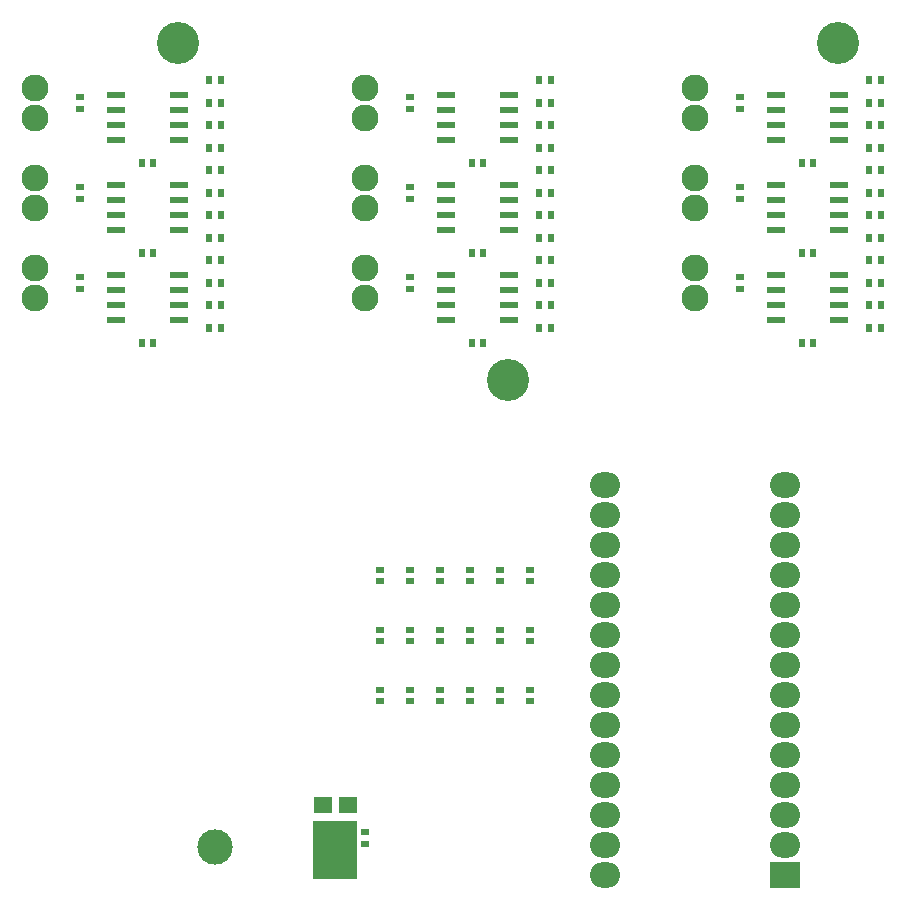
<source format=gbs>
%TF.GenerationSoftware,KiCad,Pcbnew,5.1.7-a382d34a8~87~ubuntu20.04.1*%
%TF.CreationDate,2020-10-21T15:20:26-04:00*%
%TF.ProjectId,y_arena_odor_controller,795f6172-656e-4615-9f6f-646f725f636f,2.0*%
%TF.SameCoordinates,Original*%
%TF.FileFunction,Soldermask,Bot*%
%TF.FilePolarity,Negative*%
%FSLAX46Y46*%
G04 Gerber Fmt 4.6, Leading zero omitted, Abs format (unit mm)*
G04 Created by KiCad (PCBNEW 5.1.7-a382d34a8~87~ubuntu20.04.1) date 2020-10-21 15:20:26*
%MOMM*%
%LPD*%
G01*
G04 APERTURE LIST*
%ADD10O,2.540000X2.184400*%
%ADD11R,2.540000X2.184400*%
%ADD12C,2.286000*%
%ADD13C,3.000000*%
%ADD14R,1.549400X0.599440*%
%ADD15R,0.700000X0.600000*%
%ADD16R,0.600000X0.700000*%
%ADD17C,3.556000*%
%ADD18R,3.800000X4.960000*%
%ADD19R,1.600000X1.440000*%
G04 APERTURE END LIST*
D10*
%TO.C,TEENSY1*%
X100965000Y-127000000D03*
X100965000Y-124460000D03*
X100965000Y-121920000D03*
X100965000Y-119380000D03*
X100965000Y-116840000D03*
X100965000Y-114300000D03*
X100965000Y-111760000D03*
X100965000Y-109220000D03*
X100965000Y-106680000D03*
X100965000Y-104140000D03*
X100965000Y-101600000D03*
X100965000Y-99060000D03*
X100965000Y-96520000D03*
X100965000Y-93980000D03*
X116205000Y-93980000D03*
X116205000Y-96520000D03*
X116205000Y-99060000D03*
X116205000Y-101600000D03*
X116205000Y-104140000D03*
X116205000Y-106680000D03*
X116205000Y-109220000D03*
X116205000Y-111760000D03*
X116205000Y-114300000D03*
X116205000Y-116840000D03*
X116205000Y-119380000D03*
X116205000Y-121920000D03*
X116205000Y-124460000D03*
D11*
X116205000Y-127000000D03*
%TD*%
D12*
%TO.C,S1*%
X52705000Y-75565000D03*
X52705000Y-78105000D03*
%TD*%
%TO.C,S2*%
X52705000Y-67945000D03*
X52705000Y-70485000D03*
%TD*%
%TO.C,S3*%
X52705000Y-60325000D03*
X52705000Y-62865000D03*
%TD*%
%TO.C,S4*%
X80645000Y-75565000D03*
X80645000Y-78105000D03*
%TD*%
%TO.C,S5*%
X80645000Y-67945000D03*
X80645000Y-70485000D03*
%TD*%
%TO.C,S6*%
X80645000Y-60325000D03*
X80645000Y-62865000D03*
%TD*%
%TO.C,S7*%
X108585000Y-75565000D03*
X108585000Y-78105000D03*
%TD*%
%TO.C,S8*%
X108585000Y-67945000D03*
X108585000Y-70485000D03*
%TD*%
%TO.C,S9*%
X108585000Y-60325000D03*
X108585000Y-62865000D03*
%TD*%
D13*
%TO.C,P1*%
X67945000Y-124635000D03*
%TD*%
D14*
%TO.C,U1*%
X59537600Y-76200000D03*
X59537600Y-77470000D03*
X59537600Y-78740000D03*
X59537600Y-80010000D03*
X64922400Y-80010000D03*
X64922400Y-78740000D03*
X64922400Y-77470000D03*
X64922400Y-76200000D03*
%TD*%
%TO.C,U2*%
X59537600Y-68580000D03*
X59537600Y-69850000D03*
X59537600Y-71120000D03*
X59537600Y-72390000D03*
X64922400Y-72390000D03*
X64922400Y-71120000D03*
X64922400Y-69850000D03*
X64922400Y-68580000D03*
%TD*%
%TO.C,U3*%
X59537600Y-60960000D03*
X59537600Y-62230000D03*
X59537600Y-63500000D03*
X59537600Y-64770000D03*
X64922400Y-64770000D03*
X64922400Y-63500000D03*
X64922400Y-62230000D03*
X64922400Y-60960000D03*
%TD*%
%TO.C,U4*%
X87477600Y-76200000D03*
X87477600Y-77470000D03*
X87477600Y-78740000D03*
X87477600Y-80010000D03*
X92862400Y-80010000D03*
X92862400Y-78740000D03*
X92862400Y-77470000D03*
X92862400Y-76200000D03*
%TD*%
%TO.C,U5*%
X87477600Y-68580000D03*
X87477600Y-69850000D03*
X87477600Y-71120000D03*
X87477600Y-72390000D03*
X92862400Y-72390000D03*
X92862400Y-71120000D03*
X92862400Y-69850000D03*
X92862400Y-68580000D03*
%TD*%
%TO.C,U6*%
X87477600Y-60960000D03*
X87477600Y-62230000D03*
X87477600Y-63500000D03*
X87477600Y-64770000D03*
X92862400Y-64770000D03*
X92862400Y-63500000D03*
X92862400Y-62230000D03*
X92862400Y-60960000D03*
%TD*%
%TO.C,U7*%
X115417600Y-76200000D03*
X115417600Y-77470000D03*
X115417600Y-78740000D03*
X115417600Y-80010000D03*
X120802400Y-80010000D03*
X120802400Y-78740000D03*
X120802400Y-77470000D03*
X120802400Y-76200000D03*
%TD*%
%TO.C,U8*%
X115417600Y-68580000D03*
X115417600Y-69850000D03*
X115417600Y-71120000D03*
X115417600Y-72390000D03*
X120802400Y-72390000D03*
X120802400Y-71120000D03*
X120802400Y-69850000D03*
X120802400Y-68580000D03*
%TD*%
%TO.C,U9*%
X115417600Y-60960000D03*
X115417600Y-62230000D03*
X115417600Y-63500000D03*
X115417600Y-64770000D03*
X120802400Y-64770000D03*
X120802400Y-63500000D03*
X120802400Y-62230000D03*
X120802400Y-60960000D03*
%TD*%
D15*
%TO.C,D3*%
X81915000Y-112260000D03*
X81915000Y-111260000D03*
%TD*%
%TO.C,D4*%
X56515000Y-77335000D03*
X56515000Y-76335000D03*
%TD*%
%TO.C,D5*%
X81915000Y-107180000D03*
X81915000Y-106180000D03*
%TD*%
%TO.C,D6*%
X56515000Y-69715000D03*
X56515000Y-68715000D03*
%TD*%
%TO.C,D7*%
X81915000Y-102100000D03*
X81915000Y-101100000D03*
%TD*%
%TO.C,D8*%
X56515000Y-62095000D03*
X56515000Y-61095000D03*
%TD*%
%TO.C,D9*%
X86995000Y-112260000D03*
X86995000Y-111260000D03*
%TD*%
%TO.C,D10*%
X84455000Y-77335000D03*
X84455000Y-76335000D03*
%TD*%
%TO.C,D11*%
X86995000Y-107180000D03*
X86995000Y-106180000D03*
%TD*%
%TO.C,D12*%
X84455000Y-69715000D03*
X84455000Y-68715000D03*
%TD*%
%TO.C,D13*%
X86995000Y-102100000D03*
X86995000Y-101100000D03*
%TD*%
%TO.C,D14*%
X84455000Y-62095000D03*
X84455000Y-61095000D03*
%TD*%
%TO.C,D15*%
X92075000Y-112260000D03*
X92075000Y-111260000D03*
%TD*%
%TO.C,D16*%
X112395000Y-77335000D03*
X112395000Y-76335000D03*
%TD*%
%TO.C,D17*%
X92075000Y-107180000D03*
X92075000Y-106180000D03*
%TD*%
%TO.C,D18*%
X112395000Y-69715000D03*
X112395000Y-68715000D03*
%TD*%
%TO.C,D19*%
X92075000Y-102100000D03*
X92075000Y-101100000D03*
%TD*%
%TO.C,D20*%
X112395000Y-62095000D03*
X112395000Y-61095000D03*
%TD*%
D16*
%TO.C,C2*%
X62730000Y-81915000D03*
X61730000Y-81915000D03*
%TD*%
%TO.C,C4*%
X62730000Y-74295000D03*
X61730000Y-74295000D03*
%TD*%
%TO.C,C6*%
X62730000Y-66675000D03*
X61730000Y-66675000D03*
%TD*%
%TO.C,C8*%
X90670000Y-81915000D03*
X89670000Y-81915000D03*
%TD*%
%TO.C,C10*%
X90670000Y-74295000D03*
X89670000Y-74295000D03*
%TD*%
%TO.C,C12*%
X90670000Y-66675000D03*
X89670000Y-66675000D03*
%TD*%
%TO.C,C14*%
X118610000Y-81915000D03*
X117610000Y-81915000D03*
%TD*%
%TO.C,C16*%
X118610000Y-74295000D03*
X117610000Y-74295000D03*
%TD*%
%TO.C,C18*%
X118610000Y-66675000D03*
X117610000Y-66675000D03*
%TD*%
%TO.C,C3*%
X68445000Y-78740000D03*
X67445000Y-78740000D03*
%TD*%
%TO.C,C5*%
X68445000Y-71120000D03*
X67445000Y-71120000D03*
%TD*%
%TO.C,C7*%
X68445000Y-63500000D03*
X67445000Y-63500000D03*
%TD*%
%TO.C,C9*%
X96385000Y-78740000D03*
X95385000Y-78740000D03*
%TD*%
%TO.C,C11*%
X96385000Y-71120000D03*
X95385000Y-71120000D03*
%TD*%
%TO.C,C13*%
X96385000Y-63500000D03*
X95385000Y-63500000D03*
%TD*%
%TO.C,C15*%
X124325000Y-78740000D03*
X123325000Y-78740000D03*
%TD*%
%TO.C,C17*%
X124325000Y-71120000D03*
X123325000Y-71120000D03*
%TD*%
%TO.C,C19*%
X124325000Y-63500000D03*
X123325000Y-63500000D03*
%TD*%
%TO.C,R3*%
X68445000Y-74930000D03*
X67445000Y-74930000D03*
%TD*%
%TO.C,R4*%
X68445000Y-76835000D03*
X67445000Y-76835000D03*
%TD*%
D15*
%TO.C,R6*%
X84455000Y-107180000D03*
X84455000Y-106180000D03*
%TD*%
D16*
%TO.C,R7*%
X68445000Y-67310000D03*
X67445000Y-67310000D03*
%TD*%
%TO.C,R9*%
X68445000Y-73025000D03*
X67445000Y-73025000D03*
%TD*%
D15*
%TO.C,R10*%
X84455000Y-102100000D03*
X84455000Y-101100000D03*
%TD*%
D16*
%TO.C,R12*%
X68445000Y-61595000D03*
X67445000Y-61595000D03*
%TD*%
%TO.C,R13*%
X68445000Y-65405000D03*
X67445000Y-65405000D03*
%TD*%
%TO.C,R15*%
X96385000Y-74930000D03*
X95385000Y-74930000D03*
%TD*%
%TO.C,R16*%
X96385000Y-76835000D03*
X95385000Y-76835000D03*
%TD*%
D15*
%TO.C,R18*%
X89535000Y-107180000D03*
X89535000Y-106180000D03*
%TD*%
D16*
%TO.C,R19*%
X96385000Y-67310000D03*
X95385000Y-67310000D03*
%TD*%
%TO.C,R21*%
X96385000Y-73025000D03*
X95385000Y-73025000D03*
%TD*%
D15*
%TO.C,R22*%
X89535000Y-102100000D03*
X89535000Y-101100000D03*
%TD*%
D16*
%TO.C,R24*%
X96385000Y-61595000D03*
X95385000Y-61595000D03*
%TD*%
%TO.C,R25*%
X96385000Y-65405000D03*
X95385000Y-65405000D03*
%TD*%
%TO.C,R27*%
X124325000Y-74930000D03*
X123325000Y-74930000D03*
%TD*%
%TO.C,R28*%
X124325000Y-76835000D03*
X123325000Y-76835000D03*
%TD*%
D15*
%TO.C,R2*%
X84455000Y-112260000D03*
X84455000Y-111260000D03*
%TD*%
D16*
%TO.C,R5*%
X68445000Y-80645000D03*
X67445000Y-80645000D03*
%TD*%
%TO.C,R8*%
X68445000Y-69215000D03*
X67445000Y-69215000D03*
%TD*%
%TO.C,R11*%
X68445000Y-59690000D03*
X67445000Y-59690000D03*
%TD*%
D15*
%TO.C,R14*%
X89535000Y-112260000D03*
X89535000Y-111260000D03*
%TD*%
D16*
%TO.C,R17*%
X96385000Y-80645000D03*
X95385000Y-80645000D03*
%TD*%
%TO.C,R20*%
X96385000Y-69215000D03*
X95385000Y-69215000D03*
%TD*%
%TO.C,R23*%
X96385000Y-59690000D03*
X95385000Y-59690000D03*
%TD*%
D15*
%TO.C,R26*%
X94615000Y-112260000D03*
X94615000Y-111260000D03*
%TD*%
%TO.C,R1*%
X80645000Y-124325000D03*
X80645000Y-123325000D03*
%TD*%
D17*
%TO.C,MH1*%
X92710000Y-85090000D03*
%TD*%
%TO.C,MH2*%
X64770000Y-56515000D03*
%TD*%
%TO.C,MH3*%
X120650000Y-56515000D03*
%TD*%
D18*
%TO.C,D2*%
X78105000Y-124845000D03*
D19*
X79170000Y-121045000D03*
X77040000Y-121045000D03*
%TD*%
D16*
%TO.C,R29*%
X123325000Y-80645000D03*
X124325000Y-80645000D03*
%TD*%
D15*
%TO.C,R30*%
X94615000Y-107180000D03*
X94615000Y-106180000D03*
%TD*%
D16*
%TO.C,R31*%
X123325000Y-67310000D03*
X124325000Y-67310000D03*
%TD*%
%TO.C,R32*%
X123325000Y-69215000D03*
X124325000Y-69215000D03*
%TD*%
%TO.C,R33*%
X124325000Y-73025000D03*
X123325000Y-73025000D03*
%TD*%
D15*
%TO.C,R34*%
X94615000Y-102100000D03*
X94615000Y-101100000D03*
%TD*%
D16*
%TO.C,R35*%
X123325000Y-59690000D03*
X124325000Y-59690000D03*
%TD*%
%TO.C,R36*%
X123325000Y-61595000D03*
X124325000Y-61595000D03*
%TD*%
%TO.C,R37*%
X124325000Y-65405000D03*
X123325000Y-65405000D03*
%TD*%
M02*

</source>
